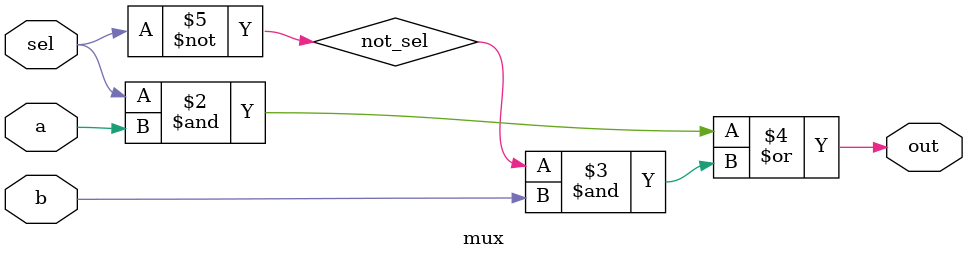
<source format=v>
`timescale 1ns / 1ps

module mux(
    output reg out,
    input sel,
    input a,
    input b
    );
    
    wire not_sel;
    always @(sel or not_sel)
        out = (sel&a)|(not_sel&b);
    
    assign not_sel = ~sel;
    
endmodule

</source>
